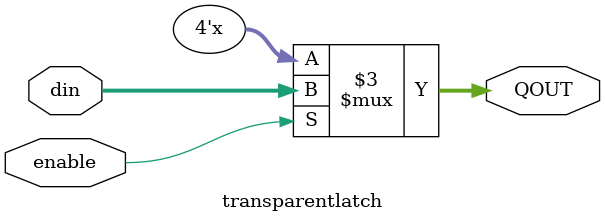
<source format=v>
/*	n bit transparent latch.
				George H. Barbehenn	10/3/2021
	enable: Enable shifting, load is asynchronous.
	din: "N" wide parallel input loaded at falling edge of nLoad.
	QOUT: "N" wide Parallel output.																				  	  */
module transparentlatch (enable, din, QOUT);
parameter N = 4;									// Default width, can be overridden with a defparam

input	enable;
input	[N-1:0] din;
output reg [N-1:0] QOUT;

/*	Transparent latch requires a sensitivity list of *.  That way it QOUT will be updated evertime enable *or* din
	change.																											  */
always @*
	begin
		if (enable)
			begin
				QOUT = din;
			end
	end
	
endmodule
</source>
